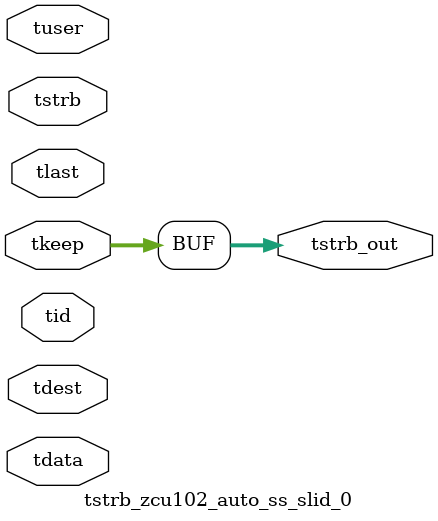
<source format=v>


`timescale 1ps/1ps

module tstrb_zcu102_auto_ss_slid_0 #
(
parameter C_S_AXIS_TDATA_WIDTH = 32,
parameter C_S_AXIS_TUSER_WIDTH = 0,
parameter C_S_AXIS_TID_WIDTH   = 0,
parameter C_S_AXIS_TDEST_WIDTH = 0,
parameter C_M_AXIS_TDATA_WIDTH = 32
)
(
input  [(C_S_AXIS_TDATA_WIDTH == 0 ? 1 : C_S_AXIS_TDATA_WIDTH)-1:0     ] tdata,
input  [(C_S_AXIS_TUSER_WIDTH == 0 ? 1 : C_S_AXIS_TUSER_WIDTH)-1:0     ] tuser,
input  [(C_S_AXIS_TID_WIDTH   == 0 ? 1 : C_S_AXIS_TID_WIDTH)-1:0       ] tid,
input  [(C_S_AXIS_TDEST_WIDTH == 0 ? 1 : C_S_AXIS_TDEST_WIDTH)-1:0     ] tdest,
input  [(C_S_AXIS_TDATA_WIDTH/8)-1:0 ] tkeep,
input  [(C_S_AXIS_TDATA_WIDTH/8)-1:0 ] tstrb,
input                                                                    tlast,
output [(C_M_AXIS_TDATA_WIDTH/8)-1:0 ] tstrb_out
);

assign tstrb_out = {tkeep[7:0]};

endmodule


</source>
